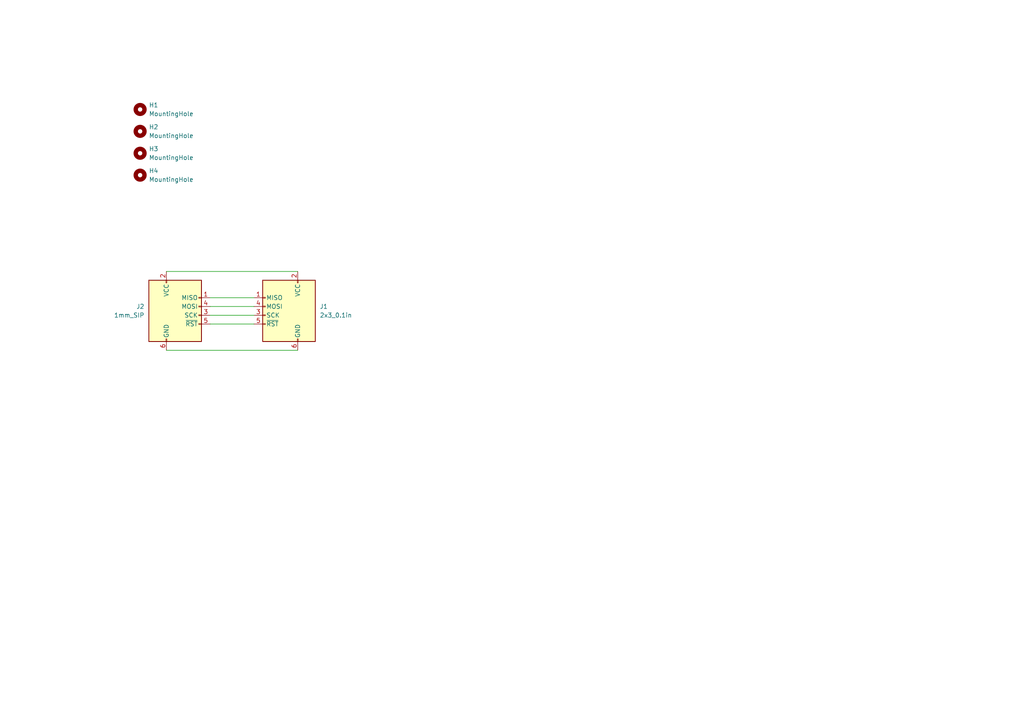
<source format=kicad_sch>
(kicad_sch (version 20230121) (generator eeschema)
  (paper "A4")
  (lib_symbols
    (symbol "Connector:AVR-ISP-6" (pin_names (offset 1.016))
      (property "Reference" "J" (at -6.35 11.43 0))
      (property "Value" "AVR-ISP-6" (at 0 11.43 0))
      (symbol "AVR-ISP-6_0_1"
        (rectangle (start -2.667 -6.858) (end -2.413 -7.62))
        (rectangle (start -2.667 10.16) (end -2.413 9.398))
        (rectangle (start 7.62 -2.413) (end 6.858 -2.667))
        (rectangle (start 7.62 0.127) (end 6.858 -0.127))
        (rectangle (start 7.62 2.667) (end 6.858 2.413))
        (rectangle (start 7.62 5.207) (end 6.858 4.953))
        (rectangle (start 7.62 10.16) (end -7.62 -7.62) (stroke (width 0.254)) (fill (type background)))
      )
      (symbol "AVR-ISP-6_1_1"
        (pin passive line (at 10.16 5.08 180) (length 2.54) (name "MISO") (number "1"))
        (pin passive line (at -2.54 12.7 270) (length 2.54) (name "VCC") (number "2"))
        (pin passive line (at 10.16 0 180) (length 2.54) (name "SCK") (number "3"))
        (pin passive line (at 10.16 2.54 180) (length 2.54) (name "MOSI") (number "4"))
        (pin passive line (at 10.16 -2.54 180) (length 2.54) (name "~{RST}") (number "5"))
        (pin passive line (at -2.54 -10.16 90) (length 2.54) (name "GND") (number "6"))
      )
    )
    (symbol "Mechanical:MountingHole" (pin_names (offset 1.016))
      (property "Reference" "H" (at 0 5.08 0))
      (property "Value" "MountingHole" (at 0 3.175 0))
      (symbol "MountingHole_0_1"
        (circle (center 0 0) (radius 1.27) (stroke (width 1.27)))
      )
    )
  )
  (wire (pts (xy 48.26 78.74) (xy 86.36 78.74)))
  (wire (pts (xy 60.96 93.98) (xy 73.66 93.98)))
  (wire (pts (xy 60.96 88.9) (xy 73.66 88.9)))
  (wire (pts (xy 60.96 86.36) (xy 73.66 86.36)))
  (wire (pts (xy 60.96 91.44) (xy 73.66 91.44)))
  (wire (pts (xy 48.26 101.6) (xy 86.36 101.6)))
  (symbol (lib_id "Mechanical:MountingHole") (at 40.64 38.1 0) (unit 1)
    (property "Reference" "H2" (at 43.18 36.83 0) (effects (justify left)))
    (property "Value" "MountingHole" (at 43.18 39.37 0) (effects (justify left)))
    (property "Footprint" "MountingHole:MountingHole_2.5mm_Pad" (effects hide))
  )
  (symbol (lib_id "Mechanical:MountingHole") (at 40.64 50.8 0) (unit 1)
    (property "Reference" "H4" (at 43.18 49.53 0) (effects (justify left)))
    (property "Value" "MountingHole" (at 43.18 52.07 0) (effects (justify left)))
    (property "Footprint" "MountingHole:MountingHole_2.5mm_Pad" (effects hide))
  )
  (symbol (lib_id "Connector:AVR-ISP-6") (at 83.82 91.44 0) (mirror y) (unit 1)
    (property "Reference" "J1" (at 92.71 88.9 0) (effects (justify right)))
    (property "Value" "2x3_0.1in" (at 92.71 91.44 0) (effects (justify right)))
    (property "Footprint" "Connector_PinHeader_2.54mm:PinHeader_2x03_P2.54mm_Vertical" (effects hide))
    (property "Datasheet" " ~" (effects hide))
  )
  (symbol (lib_id "Mechanical:MountingHole") (at 40.64 44.45 0) (unit 1)
    (property "Reference" "H3" (at 43.18 43.18 0) (effects (justify left)))
    (property "Value" "MountingHole" (at 43.18 45.72 0) (effects (justify left)))
    (property "Footprint" "MountingHole:MountingHole_2.5mm_Pad" (effects hide))
  )
  (symbol (lib_id "Mechanical:MountingHole") (at 40.64 31.75 0) (unit 1)
    (property "Reference" "H1" (at 43.18 30.48 0) (effects (justify left)))
    (property "Value" "MountingHole" (at 43.18 33.02 0) (effects (justify left)))
    (property "Footprint" "MountingHole:MountingHole_2.5mm_Pad" (effects hide))
  )
  (symbol (lib_id "Connector:AVR-ISP-6") (at 50.8 91.44 0) (unit 1)
    (property "Reference" "J2" (at 41.91 88.9 0) (effects (justify right)))
    (property "Value" "1mm_SIP" (at 41.91 91.44 0) (effects (justify right)))
    (property "Footprint" "Connector_PinHeader_1.00mm:PinHeader_1x06_P1.00mm_Vertical" (effects hide))
    (property "Datasheet" " ~" (effects hide))
  )
)
</source>
